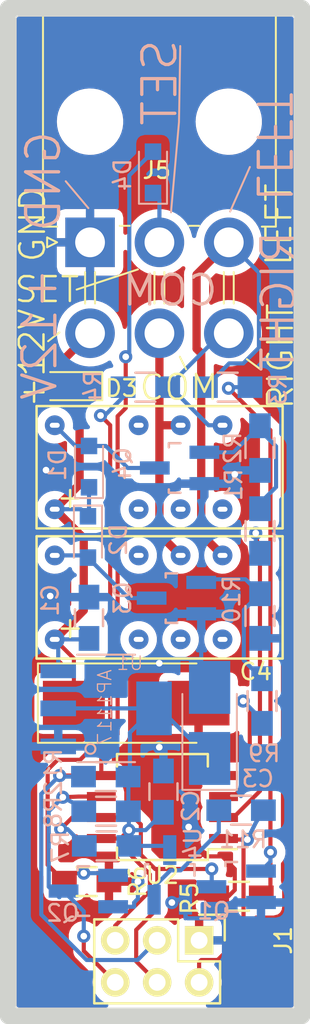
<source format=kicad_pcb>
(kicad_pcb (version 20200518) (host pcbnew "5.99.0-unknown-6083c08~88~ubuntu18.04.1")
  (layers (0 "F.Cu" signal) (31 "B.Cu" signal) (34 "B.Paste" user) (35 "F.Paste" user) (36 "B.SilkS" user) (37 "F.SilkS" user) (38 "B.Mask" user hide) (39 "F.Mask" user hide) (44 "Edge.Cuts" user))
  (net 0 "")
  (net 1 "+12V")
  (net 2 "GND")
  (net 3 "5V")
  (net 4 "Net-(D1-Pad2)")
  (net 5 "/RESET")
  (net 6 "Net-(Q1-Pad1)")
  (net 7 "Net-(D2-Pad2)")
  (net 8 "/MCU_LEFT")
  (net 9 "/MCU_RIGHT")
  (net 10 "Net-(Q2-Pad1)")
  (net 11 "Net-(Q3-Pad1)")
  (net 12 "Net-(Q4-Pad1)")
  (net 13 "/MCU_RIGHT_OUT")
  (net 14 "/LEFT")
  (net 15 "/RIGHT")
  (net 16 "/MCU_LEFT_OUT")
  (net 17 "Net-(R11-Pad2)")
  (net 18 "/COM")
  (net 19 "/MCU_SET")
  (net 20 "/SET")
  (net 21 "/power")
  (module "Pin_Headers.pretty:Pin_Header_Straight_2x03" (layer "F.Cu") (at 105.537 123.698 -90)
    (fp_text reference "J1" (at 0 -5.1 90) (layer "F.SilkS"))
    (fp_text value "SPI")
    (fp_line (start 3.81 1.27) (end 3.81 -1.27) (layer "F.SilkS") (width 0.15))
    (fp_line (start 3.81 -1.27) (end 1.27 -1.27) (layer "F.SilkS") (width 0.15))
    (fp_line (start -1.55 -1.55) (end -1.55 0) (layer "F.SilkS") (width 0.15))
    (fp_line (start 3.81 6.35) (end 3.81 1.27) (layer "F.SilkS") (width 0.15))
    (fp_line (start -1.27 6.35) (end 3.81 6.35) (layer "F.SilkS") (width 0.15))
    (fp_line (start 1.27 1.27) (end -1.27 1.27) (layer "F.SilkS") (width 0.15))
    (fp_line (start 1.27 -1.27) (end 1.27 1.27) (layer "F.SilkS") (width 0.15))
    (fp_line (start -1.55 -1.55) (end 0 -1.55) (layer "F.SilkS") (width 0.15))
    (fp_line (start -1.27 1.27) (end -1.27 6.35) (layer "F.SilkS") (width 0.15))
    (pad "6" thru_hole oval (at 2.54 5.08 270) (size 1.7272 1.7272) (drill 1.016) (layers *.Cu *.Mask "F.SilkS") (net 9 "/MCU_RIGHT"))
    (pad "5" thru_hole oval (at 0 5.08 270) (size 1.7272 1.7272) (drill 1.016) (layers *.Cu *.Mask "F.SilkS") (net 3 "5V"))
    (pad "4" thru_hole oval (at 2.54 2.54 270) (size 1.7272 1.7272) (drill 1.016) (layers *.Cu *.Mask "F.SilkS") (net 8 "/MCU_LEFT"))
    (pad "3" thru_hole oval (at 0 2.54 270) (size 1.7272 1.7272) (drill 1.016) (layers *.Cu *.Mask "F.SilkS") (net 19 "/MCU_SET"))
    (pad "2" thru_hole oval (at 2.54 0 270) (size 1.7272 1.7272) (drill 1.016) (layers *.Cu *.Mask "F.SilkS") (net 5 "/RESET"))
    (pad "1" thru_hole rect (at 0 0 270) (size 1.7272 1.7272) (drill 1.016) (layers *.Cu *.Mask "F.SilkS") (net 2 "GND"))
  )
  (module "Resistors_SMD.pretty:R_0805_HandSoldering" (layer "B.Cu") (at 99.9325 117.983 180)
    (fp_text reference "R7" (at 2.794 -0.0635 270) (layer "B.SilkS") (effects (justify mirror)))
    (fp_text value "10k")
    (fp_line (start -0.6 0.875) (end 0.6 0.875) (layer "B.SilkS") (width 0.15))
    (fp_line (start 0.6 -0.875) (end -0.6 -0.875) (layer "B.SilkS") (width 0.15))
    (pad "2" smd rect (at 1.35 0 180) (size 1.5 1.3) (layers "B.Cu" "B.Paste" "B.Mask") (net 8 "/MCU_LEFT"))
    (pad "1" smd rect (at -1.35 0 180) (size 1.5 1.3) (layers "B.Cu" "B.Paste" "B.Mask") (net 3 "5V"))
  )
  (module "Diodes_SMD:D_SOD-323_HandSoldering" (layer "F.Cu") (at 97.77 90.17 180)
    (fp_text reference "D3" (at -3.068 -0.127 180) (layer "F.SilkS"))
    (fp_text value "1N4448HWS-7-F")
    (fp_line (start -1.9 -0.85) (end -1.9 0.85) (layer "F.SilkS") (width 0.12))
    (fp_line (start -1.9 0.85) (end 1.25 0.85) (layer "F.SilkS") (width 0.12))
    (fp_line (start -1.9 -0.85) (end 1.25 -0.85) (layer "F.SilkS") (width 0.12))
    (pad "1" smd rect (at -1.25 0 180) (size 1 1) (layers "F.Cu" "F.Paste" "F.Mask") (net 1 "+12V"))
    (pad "2" smd rect (at 1.25 0 180) (size 1 1) (layers "F.Cu" "F.Paste" "F.Mask") (net 21 "/power"))
  )
  (module "Diodes_SMD:D_SOD-323_HandSoldering" (layer "B.Cu") (at 102.743 77.236 90)
    (fp_text reference "D4" (at -0.147 -1.8415 90) (layer "B.SilkS") (effects (justify mirror)))
    (fp_text value "1N4407")
    (fp_line (start -1.9 0.85) (end -1.9 -0.85) (layer "B.SilkS") (width 0.12))
    (fp_line (start -1.9 -0.85) (end 1.25 -0.85) (layer "B.SilkS") (width 0.12))
    (fp_line (start -1.9 0.85) (end 1.25 0.85) (layer "B.SilkS") (width 0.12))
    (pad "1" smd rect (at -1.25 0 90) (size 1 1) (layers "B.Cu" "B.Paste" "B.Mask") (net 20 "/SET"))
    (pad "2" smd rect (at 1.25 0 90) (size 1 1) (layers "B.Cu" "B.Paste" "B.Mask") (net 19 "/MCU_SET"))
  )
  (module "Diodes_SMD:D_SOD-323_HandSoldering" (layer "B.Cu") (at 98.806 99.294 -90)
    (fp_text reference "D2" (at 0.1705 -1.8415 90) (layer "B.SilkS") (effects (justify mirror)))
    (fp_text value "1N4448HWS-7-F")
    (fp_line (start -1.9 0.85) (end -1.9 -0.85) (layer "B.SilkS") (width 0.12))
    (fp_line (start -1.9 -0.85) (end 1.25 -0.85) (layer "B.SilkS") (width 0.12))
    (fp_line (start -1.9 0.85) (end 1.25 0.85) (layer "B.SilkS") (width 0.12))
    (pad "1" smd rect (at -1.25 0 270) (size 1 1) (layers "B.Cu" "B.Paste" "B.Mask") (net 1 "+12V"))
    (pad "2" smd rect (at 1.25 0 270) (size 1 1) (layers "B.Cu" "B.Paste" "B.Mask") (net 7 "Net-(D2-Pad2)"))
  )
  (module "Diodes_SMD:D_SOD-323_HandSoldering" (layer "B.Cu") (at 98.8695 95.0395 90)
    (fp_text reference "D1" (at 0.107 -1.905 270) (layer "B.SilkS") (effects (justify mirror)))
    (fp_text value "1N4448HWS-7-F")
    (fp_line (start -1.9 0.85) (end -1.9 -0.85) (layer "B.SilkS") (width 0.12))
    (fp_line (start -1.9 -0.85) (end 1.25 -0.85) (layer "B.SilkS") (width 0.12))
    (fp_line (start -1.9 0.85) (end 1.25 0.85) (layer "B.SilkS") (width 0.12))
    (pad "1" smd rect (at -1.25 0 90) (size 1 1) (layers "B.Cu" "B.Paste" "B.Mask") (net 1 "+12V"))
    (pad "2" smd rect (at 1.25 0 90) (size 1 1) (layers "B.Cu" "B.Paste" "B.Mask") (net 4 "Net-(D1-Pad2)"))
  )
  (module "Resistors_SMD.pretty:R_0805_HandSoldering" (layer "B.Cu") (at 99.8855 113.792 180)
    (fp_text reference "R12" (at 3.175 0.254 270) (layer "B.SilkS") (effects (justify mirror)))
    (fp_text value "10k")
    (fp_line (start -0.6 0.875) (end 0.6 0.875) (layer "B.SilkS") (width 0.15))
    (fp_line (start 0.6 -0.875) (end -0.6 -0.875) (layer "B.SilkS") (width 0.15))
    (pad "2" smd rect (at 1.35 0 180) (size 1.5 1.3) (layers "B.Cu" "B.Paste" "B.Mask") (net 19 "/MCU_SET"))
    (pad "1" smd rect (at -1.35 0 180) (size 1.5 1.3) (layers "B.Cu" "B.Paste" "B.Mask") (net 3 "5V"))
  )
  (module "Connectors_Molex:Molex_MiniFit-JR-5569-06A2_2x03x4.20mm_Angled" (layer "F.Cu") (at 98.933 81.4705)
    (fp_text reference "J5" (at 4.0386 -4.3561) (layer "F.SilkS"))
    (fp_text value "INPUT_SIGNALS")
    (fp_line (start -2 -0.95) (end -2.85 -0.95) (layer "F.SilkS") (width 0.12))
    (fp_line (start -2.85 -0.95) (end -2.85 -14.05) (layer "F.SilkS") (width 0.12))
    (fp_line (start -2.85 -14.05) (end 4.2 -14.05) (layer "F.SilkS") (width 0.12))
    (fp_line (start 10.4 -0.95) (end 11.25 -0.95) (layer "F.SilkS") (width 0.12))
    (fp_line (start 11.25 -0.95) (end 11.25 -14.05) (layer "F.SilkS") (width 0.12))
    (fp_line (start 11.25 -14.05) (end 4.2 -14.05) (layer "F.SilkS") (width 0.12))
    (fp_line (start -0.3 1.8) (end -0.3 3.7) (layer "F.SilkS") (width 0.12))
    (fp_line (start 0.3 1.8) (end 0.3 3.7) (layer "F.SilkS") (width 0.12))
    (fp_line (start 3.9 1.8) (end 3.9 3.7) (layer "F.SilkS") (width 0.12))
    (fp_line (start 4.5 1.8) (end 4.5 3.7) (layer "F.SilkS") (width 0.12))
    (fp_line (start 8.1 1.8) (end 8.1 3.7) (layer "F.SilkS") (width 0.12))
    (fp_line (start 8.7 1.8) (end 8.7 3.7) (layer "F.SilkS") (width 0.12))
    (fp_line (start 1.8 -1) (end 2.4 -1) (layer "F.SilkS") (width 0.12))
    (fp_line (start 6 -1) (end 6.6 -1) (layer "F.SilkS") (width 0.12))
    (fp_line (start -2 0) (end -2.6 0.3) (layer "F.SilkS") (width 0.12))
    (fp_line (start -2.6 0.3) (end -2.6 -0.3) (layer "F.SilkS") (width 0.12))
    (fp_line (start -2.6 -0.3) (end -2 0) (layer "F.SilkS") (width 0.12))
    (pad "1" thru_hole rect (at 0 0) (size 3 3) (drill 1.8) (layers *.Cu *.Mask) (net 2 "GND"))
    (pad "2" thru_hole circle (at 4.2 0) (size 3 3) (drill 1.8) (layers *.Cu *.Mask) (net 20 "/SET"))
    (pad "3" thru_hole circle (at 8.4 0) (size 3 3) (drill 1.8) (layers *.Cu *.Mask) (net 14 "/LEFT"))
    (pad "4" thru_hole circle (at 0 5.5) (size 3 3) (drill 1.8) (layers *.Cu *.Mask) (net 21 "/power"))
    (pad "5" thru_hole circle (at 4.2 5.5) (size 3 3) (drill 1.8) (layers *.Cu *.Mask) (net 18 "/COM"))
    (pad "6" thru_hole circle (at 8.4 5.5) (size 3 3) (drill 1.8) (layers *.Cu *.Mask) (net 15 "/RIGHT"))
    (pad "" np_thru_hole circle (at 0 -7.3) (size 3 3) (drill 3) (layers *.Cu *.Mask))
    (pad "" np_thru_hole circle (at 8.4 -7.3) (size 3 3) (drill 3) (layers *.Cu *.Mask))
  )
  (module "modules:FUJITSU-NA-SERIES" (layer "F.Cu") (at 95.6945 99.2505)
    (fp_text reference "U5" hide)
    (fp_text value "Fujitsu_NA-Series" hide)
    (fp_line (start 0 0) (end 14.9 0) (layer "F.SilkS") (width 0.15))
    (fp_line (start 14.9 0) (end 14.9 7.4) (layer "F.SilkS") (width 0.15))
    (fp_line (start 14.9 7.4) (end 0 7.4) (layer "F.SilkS") (width 0.15))
    (fp_line (start 0 7.4) (end 0 0) (layer "F.SilkS") (width 0.15))
    (fp_line (start 2.032 6.096) (end 2.032 5.08) (layer "F.SilkS") (width 0.15))
    (fp_line (start 1.524 5.588) (end 2.54 5.588) (layer "F.SilkS") (width 0.15))
    (pad "1" thru_hole circle (at 1.1 6.24) (size 1.2 1.2) (drill oval 0.6 0.3) (layers *.Cu *.Mask) (net 1 "+12V"))
    (pad "3" thru_hole circle (at 6.18 6.24) (size 1.2 1.2) (drill oval 0.6 0.3) (layers *.Cu *.Mask))
    (pad "4" thru_hole circle (at 8.72 6.24) (size 1.2 1.2) (drill oval 0.6 0.3) (layers *.Cu *.Mask))
    (pad "5" thru_hole circle (at 11.26 6.24) (size 1.2 1.2) (drill oval 0.6 0.3) (layers *.Cu *.Mask))
    (pad "8" thru_hole circle (at 11.26 1.16) (size 1.2 1.2) (drill oval 0.6 0.3) (layers *.Cu *.Mask) (net 14 "/LEFT"))
    (pad "9" thru_hole circle (at 8.72 1.16) (size 1.2 1.2) (drill oval 0.6 0.3) (layers *.Cu *.Mask) (net 18 "/COM"))
    (pad "10" thru_hole circle (at 6.18 1.16) (size 1.2 1.2) (drill oval 0.6 0.3) (layers *.Cu *.Mask))
    (pad "12" thru_hole circle (at 1.1 1.16) (size 1.2 1.2) (drill oval 0.6 0.3) (layers *.Cu *.Mask) (net 7 "Net-(D2-Pad2)"))
  )
  (module "TO_SOT_Packages_SMD.pretty:SOT-23_Handsoldering" (layer "B.Cu") (at 103.759 119.73814 180)
    (fp_text reference "U4" (at -1.397 1.88214 90) (layer "B.SilkS") (effects (justify mirror)))
    (fp_text value "MAX809")
    (fp_line (start 1.49982 0.65024) (end 1.49982 -0.0508) (layer "B.SilkS") (width 0.15))
    (fp_line (start 1.29916 0.65024) (end 1.49982 0.65024) (layer "B.SilkS") (width 0.15))
    (fp_line (start -1.49982 0.65024) (end -1.2509 0.65024) (layer "B.SilkS") (width 0.15))
    (fp_line (start -1.49982 -0.0508) (end -1.49982 0.65024) (layer "B.SilkS") (width 0.15))
    (pad "3" smd rect (at 0 1.50114 180) (size 0.8001 1.80086) (layers "B.Cu" "B.Paste" "B.Mask") (net 3 "5V"))
    (pad "2" smd rect (at 0.95 -1.50114 180) (size 0.8001 1.80086) (layers "B.Cu" "B.Paste" "B.Mask") (net 17 "Net-(R11-Pad2)"))
    (pad "1" smd rect (at -0.95 -1.50114 180) (size 0.8001 1.80086) (layers "B.Cu" "B.Paste" "B.Mask") (net 2 "GND"))
  )
  (module "modules:FUJITSU-NA-SERIES" (layer "F.Cu") (at 95.6945 91.3765)
    (fp_text reference "U3" hide)
    (fp_text value "Fujitsu_NA-Series" hide)
    (fp_line (start 0 0) (end 14.9 0) (layer "F.SilkS") (width 0.15))
    (fp_line (start 14.9 0) (end 14.9 7.4) (layer "F.SilkS") (width 0.15))
    (fp_line (start 14.9 7.4) (end 0 7.4) (layer "F.SilkS") (width 0.15))
    (fp_line (start 0 7.4) (end 0 0) (layer "F.SilkS") (width 0.15))
    (fp_line (start 2.032 6.096) (end 2.032 5.08) (layer "F.SilkS") (width 0.15))
    (fp_line (start 1.524 5.588) (end 2.54 5.588) (layer "F.SilkS") (width 0.15))
    (pad "1" thru_hole circle (at 1.1 6.24) (size 1.2 1.2) (drill oval 0.6 0.3) (layers *.Cu *.Mask) (net 1 "+12V"))
    (pad "3" thru_hole circle (at 6.18 6.24) (size 1.2 1.2) (drill oval 0.6 0.3) (layers *.Cu *.Mask))
    (pad "4" thru_hole circle (at 8.72 6.24) (size 1.2 1.2) (drill oval 0.6 0.3) (layers *.Cu *.Mask))
    (pad "5" thru_hole circle (at 11.26 6.24) (size 1.2 1.2) (drill oval 0.6 0.3) (layers *.Cu *.Mask))
    (pad "8" thru_hole circle (at 11.26 1.16) (size 1.2 1.2) (drill oval 0.6 0.3) (layers *.Cu *.Mask) (net 15 "/RIGHT"))
    (pad "9" thru_hole circle (at 8.72 1.16) (size 1.2 1.2) (drill oval 0.6 0.3) (layers *.Cu *.Mask) (net 18 "/COM"))
    (pad "10" thru_hole circle (at 6.18 1.16) (size 1.2 1.2) (drill oval 0.6 0.3) (layers *.Cu *.Mask))
    (pad "12" thru_hole circle (at 1.1 1.16) (size 1.2 1.2) (drill oval 0.6 0.3) (layers *.Cu *.Mask) (net 4 "Net-(D1-Pad2)"))
  )
  (module "Housings_SOIC:SO-8_5.3x6.2mm_Pitch1.27mm" (layer "F.Cu") (at 103.3145 115.6335 180)
    (fp_text reference "U2" (at 0 -4.13) (layer "F.SilkS"))
    (fp_text value "ATtiny25-20PU")
    (fp_line (start -2.75 -3.205) (end -2.75 -2.55) (layer "F.SilkS") (width 0.15))
    (fp_line (start 2.75 -3.205) (end 2.75 -2.455) (layer "F.SilkS") (width 0.15))
    (fp_line (start 2.75 3.205) (end 2.75 2.455) (layer "F.SilkS") (width 0.15))
    (fp_line (start -2.75 3.205) (end -2.75 2.455) (layer "F.SilkS") (width 0.15))
    (fp_line (start -2.75 -3.205) (end 2.75 -3.205) (layer "F.SilkS") (width 0.15))
    (fp_line (start -2.75 3.205) (end 2.75 3.205) (layer "F.SilkS") (width 0.15))
    (fp_line (start -2.75 -2.55) (end -4.5 -2.55) (layer "F.SilkS") (width 0.15))
    (pad "1" smd rect (at -3.7 -1.905 180) (size 1.75 0.55) (layers "F.Cu" "F.Paste" "F.Mask") (net 5 "/RESET"))
    (pad "2" smd rect (at -3.7 -0.635 180) (size 1.75 0.55) (layers "F.Cu" "F.Paste" "F.Mask") (net 13 "/MCU_RIGHT_OUT"))
    (pad "3" smd rect (at -3.7 0.635 180) (size 1.75 0.55) (layers "F.Cu" "F.Paste" "F.Mask") (net 16 "/MCU_LEFT_OUT"))
    (pad "4" smd rect (at -3.7 1.905 180) (size 1.75 0.55) (layers "F.Cu" "F.Paste" "F.Mask") (net 2 "GND"))
    (pad "5" smd rect (at 3.7 1.905 180) (size 1.75 0.55) (layers "F.Cu" "F.Paste" "F.Mask") (net 19 "/MCU_SET"))
    (pad "6" smd rect (at 3.7 0.635 180) (size 1.75 0.55) (layers "F.Cu" "F.Paste" "F.Mask") (net 9 "/MCU_RIGHT"))
    (pad "7" smd rect (at 3.7 -0.635 180) (size 1.75 0.55) (layers "F.Cu" "F.Paste" "F.Mask") (net 8 "/MCU_LEFT"))
    (pad "8" smd rect (at 3.7 -1.905 180) (size 1.75 0.55) (layers "F.Cu" "F.Paste" "F.Mask") (net 3 "5V"))
  )
  (module "modules:AB2_SOT223" (layer "B.Cu") (at 99.9065 109.6645 90)
    (fp_text reference "U1" (at 2.7305 1.4395 180) (layer "B.SilkS") (effects (font (size 0.8128 0.8128) (thickness 0.0762)) (justify mirror)))
    (fp_text value "AP1117" (at 0.0635 -0.0845 90) (layer "B.SilkS") (effects (font (size 0.8128 0.8128) (thickness 0.0762)) (justify mirror)))
    (fp_line (start -3.25 -1.75) (end -3.25 1.75) (layer "B.SilkS") (width 0.127))
    (fp_line (start 3.25 1.75) (end 3.25 -1.75) (layer "B.SilkS") (width 0.127))
    (fp_circle (center -2.45 -0.95) (end -2.15 -0.95) (layer "B.SilkS") (width 0.127))
    (pad "3" smd rect (at 2.3 -2.9 90) (size 0.95 2.15) (layers "B.Cu" "B.Paste" "B.Mask") (net 1 "+12V"))
    (pad "2" smd rect (at 0 -2.9 90) (size 0.95 2.15) (layers "B.Cu" "B.Paste" "B.Mask") (net 3 "5V"))
    (pad "1" smd rect (at -2.3 -2.9 90) (size 0.95 2.15) (layers "B.Cu" "B.Paste" "B.Mask") (net 2 "GND"))
    (pad "2" smd rect (at 0 2.9 90) (size 3.25 2.15) (layers "B.Cu" "B.Paste" "B.Mask") (net 3 "5V"))
  )
  (module "Resistors_SMD.pretty:R_0805_HandSoldering" (layer "B.Cu") (at 108.077 115.824 180)
    (fp_text reference "R11" (at -0.127 -1.778) (layer "B.SilkS") (effects (justify mirror)))
    (fp_text value "10k")
    (fp_line (start -0.6 0.875) (end 0.6 0.875) (layer "B.SilkS") (width 0.15))
    (fp_line (start 0.6 -0.875) (end -0.6 -0.875) (layer "B.SilkS") (width 0.15))
    (pad "2" smd rect (at 1.35 0 180) (size 1.5 1.3) (layers "B.Cu" "B.Paste" "B.Mask") (net 17 "Net-(R11-Pad2)"))
    (pad "1" smd rect (at -1.35 0 180) (size 1.5 1.3) (layers "B.Cu" "B.Paste" "B.Mask") (net 5 "/RESET"))
  )
  (module "Resistors_SMD.pretty:R_0805_HandSoldering" (layer "B.Cu") (at 109.22 104.0765 90)
    (fp_text reference "R10" (at 1.016 -1.7145 90) (layer "B.SilkS") (effects (justify mirror)))
    (fp_text value "10k")
    (fp_line (start -0.6 0.875) (end 0.6 0.875) (layer "B.SilkS") (width 0.15))
    (fp_line (start 0.6 -0.875) (end -0.6 -0.875) (layer "B.SilkS") (width 0.15))
    (pad "2" smd rect (at 1.35 0 90) (size 1.5 1.3) (layers "B.Cu" "B.Paste" "B.Mask") (net 11 "Net-(Q3-Pad1)"))
    (pad "1" smd rect (at -1.35 0 90) (size 1.5 1.3) (layers "B.Cu" "B.Paste" "B.Mask") (net 2 "GND"))
  )
  (module "Resistors_SMD.pretty:R_0805_HandSoldering" (layer "B.Cu") (at 109.347 109.22 -90)
    (fp_text reference "R9" (at 3.175 -0.127 180) (layer "B.SilkS") (effects (justify mirror)))
    (fp_text value "10k")
    (fp_line (start -0.6 0.875) (end 0.6 0.875) (layer "B.SilkS") (width 0.15))
    (fp_line (start 0.6 -0.875) (end -0.6 -0.875) (layer "B.SilkS") (width 0.15))
    (pad "2" smd rect (at 1.35 0 270) (size 1.5 1.3) (layers "B.Cu" "B.Paste" "B.Mask") (net 16 "/MCU_LEFT_OUT"))
    (pad "1" smd rect (at -1.35 0 270) (size 1.5 1.3) (layers "B.Cu" "B.Paste" "B.Mask") (net 11 "Net-(Q3-Pad1)"))
  )
  (module "Resistors_SMD.pretty:R_0805_HandSoldering" (layer "B.Cu") (at 99.902 115.8875 180)
    (fp_text reference "R8" (at 3.1915 -0.0635 270) (layer "B.SilkS") (effects (justify mirror)))
    (fp_text value "10k")
    (fp_line (start -0.6 0.875) (end 0.6 0.875) (layer "B.SilkS") (width 0.15))
    (fp_line (start 0.6 -0.875) (end -0.6 -0.875) (layer "B.SilkS") (width 0.15))
    (pad "2" smd rect (at 1.35 0 180) (size 1.5 1.3) (layers "B.Cu" "B.Paste" "B.Mask") (net 9 "/MCU_RIGHT"))
    (pad "1" smd rect (at -1.35 0 180) (size 1.5 1.3) (layers "B.Cu" "B.Paste" "B.Mask") (net 3 "5V"))
  )
  (module "Resistors_SMD.pretty:R_0805_HandSoldering" (layer "F.Cu") (at 98.726 120.142 180)
    (fp_text reference "R6" (at -3.095 0 -90) (layer "F.SilkS"))
    (fp_text value "1k")
    (fp_line (start -0.6 -0.875) (end 0.6 -0.875) (layer "F.SilkS") (width 0.15))
    (fp_line (start 0.6 0.875) (end -0.6 0.875) (layer "F.SilkS") (width 0.15))
    (pad "2" smd rect (at 1.35 0 180) (size 1.5 1.3) (layers "F.Cu" "F.Paste" "F.Mask") (net 10 "Net-(Q2-Pad1)"))
    (pad "1" smd rect (at -1.35 0 180) (size 1.5 1.3) (layers "F.Cu" "F.Paste" "F.Mask") (net 2 "GND"))
  )
  (module "Resistors_SMD.pretty:R_0805_HandSoldering" (layer "F.Cu") (at 107.95 121.031)
    (fp_text reference "R5" (at -2.9845 0.127 -270) (layer "F.SilkS"))
    (fp_text value "1k")
    (fp_line (start -0.6 -0.875) (end 0.6 -0.875) (layer "F.SilkS") (width 0.15))
    (fp_line (start 0.6 0.875) (end -0.6 0.875) (layer "F.SilkS") (width 0.15))
    (pad "2" smd rect (at 1.35 0) (size 1.5 1.3) (layers "F.Cu" "F.Paste" "F.Mask") (net 6 "Net-(Q1-Pad1)"))
    (pad "1" smd rect (at -1.35 0) (size 1.5 1.3) (layers "F.Cu" "F.Paste" "F.Mask") (net 2 "GND"))
  )
  (module "Resistors_SMD.pretty:R_0805_HandSoldering" (layer "B.Cu") (at 102.282 90.2335)
    (fp_text reference "R4" (at -3.175 -0.0635 90) (layer "B.SilkS") (effects (justify mirror)))
    (fp_text value "10k")
    (fp_line (start -0.6 0.875) (end 0.6 0.875) (layer "B.SilkS") (width 0.15))
    (fp_line (start 0.6 -0.875) (end -0.6 -0.875) (layer "B.SilkS") (width 0.15))
    (pad "2" smd rect (at 1.35 0) (size 1.5 1.3) (layers "B.Cu" "B.Paste" "B.Mask") (net 15 "/RIGHT"))
    (pad "1" smd rect (at -1.35 0) (size 1.5 1.3) (layers "B.Cu" "B.Paste" "B.Mask") (net 10 "Net-(Q2-Pad1)"))
  )
  (module "Resistors_SMD.pretty:R_0805_HandSoldering" (layer "B.Cu") (at 107.268 90.2335 180)
    (fp_text reference "R3" (at -3.048 -0.127 90) (layer "B.SilkS") (effects (justify mirror)))
    (fp_text value "10k")
    (fp_line (start -0.6 0.875) (end 0.6 0.875) (layer "B.SilkS") (width 0.15))
    (fp_line (start 0.6 -0.875) (end -0.6 -0.875) (layer "B.SilkS") (width 0.15))
    (pad "2" smd rect (at 1.35 0 180) (size 1.5 1.3) (layers "B.Cu" "B.Paste" "B.Mask") (net 14 "/LEFT"))
    (pad "1" smd rect (at -1.35 0 180) (size 1.5 1.3) (layers "B.Cu" "B.Paste" "B.Mask") (net 6 "Net-(Q1-Pad1)"))
  )
  (module "Resistors_SMD.pretty:R_0805_HandSoldering" (layer "B.Cu") (at 109.22 93.9165 90)
    (fp_text reference "R2" (at 0 -1.651 270) (layer "B.SilkS") (effects (justify mirror)))
    (fp_text value "10k")
    (fp_line (start -0.6 0.875) (end 0.6 0.875) (layer "B.SilkS") (width 0.15))
    (fp_line (start 0.6 -0.875) (end -0.6 -0.875) (layer "B.SilkS") (width 0.15))
    (pad "2" smd rect (at 1.35 0 90) (size 1.5 1.3) (layers "B.Cu" "B.Paste" "B.Mask") (net 12 "Net-(Q4-Pad1)"))
    (pad "1" smd rect (at -1.35 0 90) (size 1.5 1.3) (layers "B.Cu" "B.Paste" "B.Mask") (net 2 "GND"))
  )
  (module "Resistors_SMD.pretty:R_0805_HandSoldering" (layer "B.Cu") (at 109.22 98.933 -90)
    (fp_text reference "R1" (at -2.794 1.5875 90) (layer "B.SilkS") (effects (justify mirror)))
    (fp_text value "10k")
    (fp_line (start -0.6 0.875) (end 0.6 0.875) (layer "B.SilkS") (width 0.15))
    (fp_line (start 0.6 -0.875) (end -0.6 -0.875) (layer "B.SilkS") (width 0.15))
    (pad "2" smd rect (at 1.35 0 270) (size 1.5 1.3) (layers "B.Cu" "B.Paste" "B.Mask") (net 13 "/MCU_RIGHT_OUT"))
    (pad "1" smd rect (at -1.35 0 270) (size 1.5 1.3) (layers "B.Cu" "B.Paste" "B.Mask") (net 12 "Net-(Q4-Pad1)"))
  )
  (module "Housings_SOT-23_SOT-143_TSOT-6.pretty:SOT-23_Handsoldering" (layer "B.Cu") (at 104.35336 95.1205 -90)
    (fp_text reference "Q4" (at -0.2515 3.45186 90) (layer "B.SilkS") (effects (justify mirror)))
    (fp_text value "BC817")
    (fp_line (start 1.49982 0.65024) (end 1.49982 -0.0508) (layer "B.SilkS") (width 0.15))
    (fp_line (start 1.29916 0.65024) (end 1.49982 0.65024) (layer "B.SilkS") (width 0.15))
    (fp_line (start -1.49982 0.65024) (end -1.2509 0.65024) (layer "B.SilkS") (width 0.15))
    (fp_line (start -1.49982 -0.0508) (end -1.49982 0.65024) (layer "B.SilkS") (width 0.15))
    (pad "3" smd rect (at 0 1.50114 270) (size 0.8001 1.80086) (layers "B.Cu" "B.Paste" "B.Mask") (net 4 "Net-(D1-Pad2)"))
    (pad "2" smd rect (at 0.95 -1.50114 270) (size 0.8001 1.80086) (layers "B.Cu" "B.Paste" "B.Mask") (net 2 "GND"))
    (pad "1" smd rect (at -0.95 -1.50114 270) (size 0.8001 1.80086) (layers "B.Cu" "B.Paste" "B.Mask") (net 12 "Net-(Q4-Pad1)"))
  )
  (module "Housings_SOT-23_SOT-143_TSOT-6.pretty:SOT-23_Handsoldering" (layer "B.Cu") (at 104.16286 102.9945 -90)
    (fp_text reference "Q3" (at 0.0025 3.26136 90) (layer "B.SilkS") (effects (justify mirror)))
    (fp_text value "BC817")
    (fp_line (start 1.49982 0.65024) (end 1.49982 -0.0508) (layer "B.SilkS") (width 0.15))
    (fp_line (start 1.29916 0.65024) (end 1.49982 0.65024) (layer "B.SilkS") (width 0.15))
    (fp_line (start -1.49982 0.65024) (end -1.2509 0.65024) (layer "B.SilkS") (width 0.15))
    (fp_line (start -1.49982 -0.0508) (end -1.49982 0.65024) (layer "B.SilkS") (width 0.15))
    (pad "3" smd rect (at 0 1.50114 270) (size 0.8001 1.80086) (layers "B.Cu" "B.Paste" "B.Mask") (net 7 "Net-(D2-Pad2)"))
    (pad "2" smd rect (at 0.95 -1.50114 270) (size 0.8001 1.80086) (layers "B.Cu" "B.Paste" "B.Mask") (net 2 "GND"))
    (pad "1" smd rect (at -0.95 -1.50114 270) (size 0.8001 1.80086) (layers "B.Cu" "B.Paste" "B.Mask") (net 11 "Net-(Q3-Pad1)"))
  )
  (module "Housings_SOT-23_SOT-143_TSOT-6.pretty:SOT-23_Handsoldering" (layer "B.Cu") (at 98.82886 120.716 -90)
    (fp_text reference "Q2" (at 1.331 1.54686 -180) (layer "B.SilkS") (effects (justify mirror)))
    (fp_text value "BC817")
    (fp_line (start 1.49982 0.65024) (end 1.49982 -0.0508) (layer "B.SilkS") (width 0.15))
    (fp_line (start 1.29916 0.65024) (end 1.49982 0.65024) (layer "B.SilkS") (width 0.15))
    (fp_line (start -1.49982 0.65024) (end -1.2509 0.65024) (layer "B.SilkS") (width 0.15))
    (fp_line (start -1.49982 -0.0508) (end -1.49982 0.65024) (layer "B.SilkS") (width 0.15))
    (pad "3" smd rect (at 0 1.50114 270) (size 0.8001 1.80086) (layers "B.Cu" "B.Paste" "B.Mask") (net 9 "/MCU_RIGHT"))
    (pad "2" smd rect (at 0.95 -1.50114 270) (size 0.8001 1.80086) (layers "B.Cu" "B.Paste" "B.Mask") (net 2 "GND"))
    (pad "1" smd rect (at -0.95 -1.50114 270) (size 0.8001 1.80086) (layers "B.Cu" "B.Paste" "B.Mask") (net 10 "Net-(Q2-Pad1)"))
  )
  (module "Housings_SOT-23_SOT-143_TSOT-6.pretty:SOT-23_Handsoldering" (layer "B.Cu") (at 107.78236 120.457 -90)
    (fp_text reference "Q1" (at 1.463 1.35636) (layer "B.SilkS") (effects (justify mirror)))
    (fp_text value "BC817")
    (fp_line (start 1.49982 0.65024) (end 1.49982 -0.0508) (layer "B.SilkS") (width 0.15))
    (fp_line (start 1.29916 0.65024) (end 1.49982 0.65024) (layer "B.SilkS") (width 0.15))
    (fp_line (start -1.49982 0.65024) (end -1.2509 0.65024) (layer "B.SilkS") (width 0.15))
    (fp_line (start -1.49982 -0.0508) (end -1.49982 0.65024) (layer "B.SilkS") (width 0.15))
    (pad "3" smd rect (at 0 1.50114 270) (size 0.8001 1.80086) (layers "B.Cu" "B.Paste" "B.Mask") (net 8 "/MCU_LEFT"))
    (pad "2" smd rect (at 0.95 -1.50114 270) (size 0.8001 1.80086) (layers "B.Cu" "B.Paste" "B.Mask") (net 2 "GND"))
    (pad "1" smd rect (at -0.95 -1.50114 270) (size 0.8001 1.80086) (layers "B.Cu" "B.Paste" "B.Mask") (net 6 "Net-(Q1-Pad1)"))
  )
  (module "Capacitors_Tantalum_SMD:CP_Tantalum_Case-D_EIA-7343-31_Hand" (layer "F.Cu") (at 101.727 109.347)
    (fp_text reference "C4" (at 7.239 -1.905) (layer "F.SilkS"))
    (fp_text value "100u/25V")
    (fp_line (start -5.95 -2.4) (end 3.65 -2.4) (layer "F.SilkS") (width 0.12))
    (fp_line (start -5.95 2.4) (end 3.65 2.4) (layer "F.SilkS") (width 0.12))
    (fp_line (start -5.95 -2.4) (end -5.95 2.4) (layer "F.SilkS") (width 0.12))
    (pad "1" smd rect (at -3.775 0) (size 3.75 2.7) (layers "F.Cu" "F.Paste" "F.Mask") (net 1 "+12V"))
    (pad "2" smd rect (at 3.775 0) (size 3.75 2.7) (layers "F.Cu" "F.Paste" "F.Mask") (net 2 "GND"))
  )
  (module "Capacitors_Tantalum_SMD:CP_Tantalum_Case-B_EIA-3528-21_Hand" (layer "B.Cu") (at 106.172 110.5445 90)
    (fp_text reference "C3" (at -3.3745 2.921) (layer "B.SilkS") (effects (justify mirror)))
    (fp_text value "22u/20V")
    (fp_line (start -4.05 1.65) (end 1.75 1.65) (layer "B.SilkS") (width 0.12))
    (fp_line (start -4.05 -1.65) (end 1.75 -1.65) (layer "B.SilkS") (width 0.12))
    (fp_line (start -4.05 1.65) (end -4.05 -1.65) (layer "B.SilkS") (width 0.12))
    (pad "1" smd rect (at -2.15 0 90) (size 3.2 2.5) (layers "B.Cu" "B.Paste" "B.Mask") (net 3 "5V"))
    (pad "2" smd rect (at 2.15 0 90) (size 3.2 2.5) (layers "B.Cu" "B.Paste" "B.Mask") (net 2 "GND"))
  )
  (module "Capacitors_SMD.pretty:C_0805_HandSoldering" (layer "B.Cu") (at 103.378 114.701 -90)
    (fp_text reference "C2" (at 0.869 -1.651 -90) (layer "B.SilkS") (effects (justify mirror)))
    (fp_text value "100n")
    (fp_line (start -0.5 -0.85) (end 0.5 -0.85) (layer "B.SilkS") (width 0.15))
    (fp_line (start 0.5 0.85) (end -0.5 0.85) (layer "B.SilkS") (width 0.15))
    (pad "2" smd rect (at 1.25 0 270) (size 1.5 1.25) (layers "B.Cu" "B.Paste" "B.Mask") (net 3 "5V"))
    (pad "1" smd rect (at -1.25 0 270) (size 1.5 1.25) (layers "B.Cu" "B.Paste" "B.Mask") (net 2 "GND"))
  )
  (module "Capacitors_SMD.pretty:C_0805_HandSoldering" (layer "B.Cu") (at 98.8695 104.1835 90)
    (fp_text reference "C1" (at 1.0595 -2.3495 90) (layer "B.SilkS") (effects (justify mirror)))
    (fp_text value "100n")
    (fp_line (start -0.5 -0.85) (end 0.5 -0.85) (layer "B.SilkS") (width 0.15))
    (fp_line (start 0.5 0.85) (end -0.5 0.85) (layer "B.SilkS") (width 0.15))
    (pad "2" smd rect (at 1.25 0 90) (size 1.5 1.25) (layers "B.Cu" "B.Paste" "B.Mask") (net 2 "GND"))
    (pad "1" smd rect (at -1.25 0 90) (size 1.5 1.25) (layers "B.Cu" "B.Paste" "B.Mask") (net 1 "+12V"))
  )
  (gr_line (start 98.1202 84.328) (end 101.8286 83.1088) (layer "F.SilkS") (width 0.12))
  (gr_line (start 104.3178 74.1934) (end 103.8352 79.6544) (layer "B.SilkS") (width 0.12))
  (gr_line (start 104.394 69.596) (end 104.3178 74.1934) (layer "B.SilkS") (width 0.12))
  (gr_line (start 97.4598 77.7748) (end 98.8314 79.4004) (layer "B.SilkS") (width 0.12))
  (gr_text "COM" (at 103.7844 84.3788) (layer "B.SilkS") (effects (font (size 1.8 1.8) (thickness 0.2)) (justify mirror)))
  (gr_text "+12V" (at 95.885 87.0204 90) (layer "B.SilkS") (effects (font (size 2 2) (thickness 0.2)) (justify mirror)))
  (gr_line (start 108.6104 76.9112) (end 107.4166 79.6036) (layer "B.SilkS") (width 0.12))
  (gr_text "RIGHT" (at 110.363 85.0392 90) (layer "B.SilkS") (effects (font (size 2 2) (thickness 0.2)) (justify mirror)))
  (gr_text "SET" (at 103.1494 71.8058 90) (layer "B.SilkS") (effects (font (size 2 2) (thickness 0.2)) (justify mirror)))
  (gr_text "LEFT" (at 110.0328 75.692 270) (layer "B.SilkS") (effects (font (size 2 2) (thickness 0.2)) (justify mirror)))
  (gr_text "GND" (at 96.1136 77.7748 90) (layer "B.SilkS") (effects (font (size 2 2) (thickness 0.2)) (justify mirror)))
  (gr_line (start 108.4326 88.5444) (end 109.22 89.1286) (layer "F.SilkS") (width 0.12))
  (gr_line (start 104.3686 88.392) (end 104.7496 89.154) (layer "F.SilkS") (width 0.12))
  (gr_line (start 97.0788 86.9188) (end 96.393 87.4522) (layer "F.SilkS") (width 0.12))
  (gr_text "+12V" (at 95.4278 88.4682 90) (layer "F.SilkS") (effects (font (size 1.5 1.5))))
  (gr_text "RIGHT" (at 110.4646 88.3666 90) (layer "F.SilkS") (effects (font (size 1.5 1.5))))
  (gr_text "LEFT" (at 110.363 80.391 90) (layer "F.SilkS") (effects (font (size 1.5 1.5))))
  (gr_text "COM" (at 104.3178 90.2462) (layer "F.SilkS") (effects (font (size 1.5 1.5))))
  (gr_text "SET" (at 96.3168 84.328) (layer "F.SilkS") (effects (font (size 1.5 1.5))))
  (gr_text "GND" (at 95.4532 80.391 90) (layer "F.SilkS") (effects (font (size 1.5 1.5))))
  (gr_line (start 93.98 128.27) (end 111.76 128.27) (layer "Edge.Cuts") (width 1))
  (gr_line (start 111.76 128.27) (end 111.76 67.31) (layer "Edge.Cuts") (width 1))
  (gr_line (start 93.98 67.31) (end 93.98 128.27) (layer "Edge.Cuts") (width 1))
  (gr_line (start 111.76 67.31) (end 93.98 67.31) (layer "Edge.Cuts") (width 1))
  (segment (start 98.552 123.444) (end 98.552 121.94028) (width 0.25) (layer "B.Cu") (net 9))
  (segment (start 98.552 121.94028) (end 97.32772 120.716) (width 0.25) (layer "B.Cu") (net 9))
  (segment (start 98.552 123.444) (end 98.552 124.333) (width 0.25) (layer "F.Cu") (net 9))
  (via (at 98.552 123.444) (size 0.8) (drill 0.4) (layers "F.Cu" "B.Cu") (net 9))
  (segment (start 98.552 124.333) (end 100.457 126.238) (width 0.25) (layer "F.Cu") (net 9))
  (segment (start 103.124 119.38) (end 106.299 119.38) (width 0.25) (layer "F.Cu") (net 8))
  (segment (start 102.87 119.38) (end 103.124 119.38) (width 0.25) (layer "F.Cu") (net 8))
  (segment (start 102.870705 121.920705) (end 103.005442 121.785968) (width 0.25) (layer "F.Cu") (net 8))
  (segment (start 103.005442 119.498558) (end 103.124 119.38) (width 0.25) (layer "F.Cu") (net 8))
  (segment (start 103.005442 121.785968) (end 103.005442 119.498558) (width 0.25) (layer "F.Cu") (net 8))
  (segment (start 101.727 124.968) (end 101.727 123.06441) (width 0.25) (layer "F.Cu") (net 8))
  (segment (start 102.997 126.238) (end 101.727 124.968) (width 0.25) (layer "F.Cu") (net 8))
  (segment (start 101.727 123.06441) (end 102.870705 121.920705) (width 0.25) (layer "F.Cu") (net 8))
  (segment (start 100.457 122.809) (end 102.555433 120.710567) (width 0.25) (layer "F.Cu") (net 3))
  (segment (start 100.457 123.698) (end 100.457 122.809) (width 0.25) (layer "F.Cu") (net 3))
  (segment (start 102.555433 120.710567) (end 102.555433 119.701843) (width 0.25) (layer "F.Cu") (net 3))
  (segment (start 101.2825 118.42891) (end 101.2825 117.0305) (width 0.25) (layer "F.Cu") (net 3))
  (segment (start 102.555433 119.701843) (end 101.2825 118.42891) (width 0.25) (layer "F.Cu") (net 3))
  (segment (start 105.537 126.238) (end 105.537 125.016686) (width 0.25) (layer "F.Cu") (net 5))
  (segment (start 105.537 125.016686) (end 105.667085 124.886601) (width 0.25) (layer "F.Cu") (net 5))
  (segment (start 105.667085 124.886601) (end 106.660601 124.886601) (width 0.25) (layer "F.Cu") (net 5))
  (segment (start 106.660601 124.886601) (end 108.224999 123.322203) (width 0.25) (layer "F.Cu") (net 5))
  (segment (start 108.224999 123.322203) (end 108.224999 117.835001) (width 0.25) (layer "F.Cu") (net 5))
  (segment (start 108.224999 117.835001) (end 108.458 117.602) (width 0.25) (layer "F.Cu") (net 5))
  (segment (start 102.997 123.698) (end 101.808399 124.886601) (width 0.25) (layer "B.Cu") (net 19))
  (segment (start 101.808399 124.886601) (end 98.724601 124.886601) (width 0.25) (layer "B.Cu") (net 19))
  (segment (start 98.724601 124.886601) (end 95.979989 122.141989) (width 0.25) (layer "B.Cu") (net 19))
  (segment (start 95.979989 122.141989) (end 95.979989 114.840011) (width 0.25) (layer "B.Cu") (net 19))
  (segment (start 95.979989 114.840011) (end 97.0915 113.7285) (width 0.25) (layer "B.Cu") (net 19))
  (segment (start 96.970998 112.776) (end 96.366499 113.380499) (width 0.25) (layer "F.Cu") (net 10))
  (segment (start 98.333002 112.776) (end 96.970998 112.776) (width 0.25) (layer "F.Cu") (net 10))
  (segment (start 100.152001 92.532001) (end 100.152001 110.957001) (width 0.25) (layer "F.Cu") (net 10))
  (segment (start 100.152001 110.957001) (end 98.333002 112.776) (width 0.25) (layer "F.Cu") (net 10))
  (segment (start 96.366499 113.380499) (end 96.366499 119.132499) (width 0.25) (layer "F.Cu") (net 10))
  (segment (start 99.568 91.948) (end 100.152001 92.532001) (width 0.25) (layer "F.Cu") (net 10))
  (segment (start 96.366499 119.132499) (end 97.376 120.142) (width 0.25) (layer "F.Cu") (net 10))
  (segment (start 101.092 91.497002) (end 100.602011 91.986991) (width 0.25) (layer "F.Cu") (net 19))
  (segment (start 101.092 88.392) (end 101.092 91.497002) (width 0.25) (layer "F.Cu") (net 19))
  (segment (start 100.602011 91.986991) (end 100.602011 111.233989) (width 0.25) (layer "F.Cu") (net 19))
  (segment (start 100.602011 111.233989) (end 99.6145 112.2215) (width 0.25) (layer "F.Cu") (net 19))
  (segment (start 99.6145 112.2215) (end 99.6145 113.7285) (width 0.25) (layer "F.Cu") (net 19))
  (segment (start 108.458 117.602) (end 107.078 117.602) (width 0.25) (layer "F.Cu") (net 5))
  (segment (start 107.078 117.602) (end 107.0145 117.5385) (width 0.25) (layer "F.Cu") (net 5))
  (segment (start 108.458 117.602) (end 108.966 116.586) (width 0.25) (layer "B.Cu") (net 5))
  (segment (start 108.966 116.586) (end 109.427 115.824) (width 0.25) (layer "B.Cu") (net 5))
  (via (at 108.458 117.602) (size 0.8) (drill 0.4) (layers "F.Cu" "B.Cu") (net 5))
  (segment (start 104.902 117.602) (end 105.918 118.618) (width 0.25) (layer "F.Cu") (net 2))
  (segment (start 105.918 118.618) (end 106.934 118.618) (width 0.25) (layer "F.Cu") (net 2))
  (segment (start 106.934 118.618) (end 107.696 119.38) (width 0.25) (layer "F.Cu") (net 2))
  (segment (start 107.696 119.38) (end 107.696 120.65) (width 0.25) (layer "F.Cu") (net 2))
  (segment (start 104.902 116.84) (end 104.902 117.602) (width 0.25) (layer "F.Cu") (net 2))
  (segment (start 107.315 121.031) (end 106.6 121.031) (width 0.25) (layer "F.Cu") (net 2))
  (segment (start 107.696 120.65) (end 107.315 121.031) (width 0.25) (layer "F.Cu") (net 2))
  (via (at 104.902 116.84) (size 0.8) (drill 0.4) (layers "F.Cu" "B.Cu") (net 2))
  (segment (start 101.593502 116.2685) (end 102.007501 116.682499) (width 0.25) (layer "F.Cu") (net 8))
  (segment (start 102.007501 116.682499) (end 102.007501 118.517501) (width 0.25) (layer "F.Cu") (net 8))
  (segment (start 99.6145 116.2685) (end 101.593502 116.2685) (width 0.25) (layer "F.Cu") (net 8))
  (segment (start 102.007501 118.517501) (end 102.87 119.38) (width 0.25) (layer "F.Cu") (net 8))
  (segment (start 101.2825 117.0305) (end 102.2985 117.0305) (width 0.25) (layer "B.Cu") (net 3))
  (segment (start 102.2985 117.0305) (end 103.378 115.951) (width 0.25) (layer "B.Cu") (net 3))
  (via (at 107.696 95.504) (size 0.8) (drill 0.4) (layers "F.Cu" "B.Cu") (net 2))
  (segment (start 108.966 99.06) (end 108.966 100.029) (width 0.25) (layer "B.Cu") (net 13))
  (segment (start 108.966 100.029) (end 109.22 100.283) (width 0.25) (layer "B.Cu") (net 13))
  (via (at 108.966 99.06) (size 0.8) (drill 0.4) (layers "F.Cu" "B.Cu") (net 13))
  (segment (start 107.6145 116.2685) (end 107.0145 116.2685) (width 0.25) (layer "F.Cu") (net 13))
  (segment (start 109.22 114.663) (end 107.6145 116.2685) (width 0.25) (layer "F.Cu") (net 13))
  (segment (start 108.966 99.06) (end 109.22 100.457) (width 0.25) (layer "F.Cu") (net 13))
  (segment (start 109.22 100.457) (end 109.22 114.663) (width 0.25) (layer "F.Cu") (net 13))
  (segment (start 103.378 106.68) (end 103.124 106.934) (width 0.25) (layer "B.Cu") (net 2))
  (via (at 103.124 106.934) (size 0.8) (drill 0.4) (layers "F.Cu" "B.Cu") (net 2))
  (segment (start 105.664 106.68) (end 103.378 106.68) (width 0.25) (layer "B.Cu") (net 2))
  (segment (start 105.664 106.68) (end 105.664 103.9445) (width 0.25) (layer "B.Cu") (net 2))
  (segment (start 105.664 107.8865) (end 105.664 106.68) (width 0.25) (layer "B.Cu") (net 2))
  (segment (start 106.172 108.3945) (end 105.664 107.8865) (width 0.25) (layer "B.Cu") (net 2))
  (segment (start 103.378 113.451) (end 103.378 112.268) (width 0.25) (layer "B.Cu") (net 2))
  (via (at 103.124 112.014) (size 0.8) (drill 0.4) (layers "F.Cu" "B.Cu") (net 2))
  (segment (start 103.378 112.268) (end 103.124 112.014) (width 0.25) (layer "B.Cu") (net 2))
  (segment (start 101.346 111.125) (end 101.346 113.6815) (width 0.25) (layer "B.Cu") (net 3))
  (segment (start 102.8065 109.6645) (end 101.346 111.125) (width 0.25) (layer "B.Cu") (net 3))
  (segment (start 101.346 113.6815) (end 101.2355 113.792) (width 0.25) (layer "B.Cu") (net 3))
  (segment (start 101.830432 121.181568) (end 101.830432 120.142) (width 0.25) (layer "B.Cu") (net 2))
  (via (at 101.830432 120.142) (size 0.8) (drill 0.4) (layers "F.Cu" "B.Cu") (net 2))
  (segment (start 101.6 121.412) (end 101.830432 121.181568) (width 0.25) (layer "B.Cu") (net 2))
  (segment (start 101.6 121.666) (end 101.6 121.412) (width 0.25) (layer "B.Cu") (net 2))
  (segment (start 100.33 121.666) (end 101.6 121.666) (width 0.25) (layer "B.Cu") (net 2))
  (segment (start 104.709 121.23928) (end 104.05872 121.23928) (width 0.25) (layer "B.Cu") (net 2))
  (via (at 103.886 121.412) (size 0.8) (drill 0.4) (layers "F.Cu" "B.Cu") (net 2))
  (segment (start 104.05872 121.23928) (end 103.886 121.412) (width 0.25) (layer "B.Cu") (net 2))
  (segment (start 102.809 120.457) (end 103.803569 119.462431) (width 0.25) (layer "B.Cu") (net 17))
  (segment (start 102.809 121.23928) (end 102.809 120.457) (width 0.25) (layer "B.Cu") (net 17))
  (segment (start 103.803569 119.462431) (end 104.419051 119.462431) (width 0.25) (layer "B.Cu") (net 17))
  (segment (start 104.419051 119.462431) (end 106.727 117.154482) (width 0.25) (layer "B.Cu") (net 17))
  (segment (start 106.727 117.154482) (end 106.727 115.824) (width 0.25) (layer "B.Cu") (net 17))
  (segment (start 104.709 121.23928) (end 104.709 122.36499) (width 0.25) (layer "B.Cu") (net 2))
  (segment (start 104.709 122.235) (end 104.83899 122.36499) (width 0.25) (layer "B.Cu") (net 2))
  (segment (start 109.22 122.36499) (end 109.22 121.4705) (width 0.25) (layer "B.Cu") (net 2))
  (segment (start 106.426 122.36499) (end 109.22 122.36499) (width 0.25) (layer "B.Cu") (net 2))
  (segment (start 104.709 121.23928) (end 104.709 122.235) (width 0.25) (layer "B.Cu") (net 2))
  (segment (start 104.83899 122.36499) (end 106.426 122.36499) (width 0.25) (layer "B.Cu") (net 2))
  (segment (start 109.22 121.4705) (end 109.2835 121.407) (width 0.25) (layer "B.Cu") (net 2))
  (segment (start 108.3475 101.854) (end 105.8545 101.854) (width 0.25) (layer "B.Cu") (net 11))
  (segment (start 109.22 102.7265) (end 108.3475 101.854) (width 0.25) (layer "B.Cu") (net 11))
  (segment (start 105.8545 101.854) (end 105.664 102.0445) (width 0.25) (layer "B.Cu") (net 11))
  (via (at 96.52 102.87) (size 0.8) (drill 0.4) (layers "F.Cu" "B.Cu") (net 2))
  (via (at 96.266 95.25) (size 0.8) (drill 0.4) (layers "F.Cu" "B.Cu") (net 2))
  (segment (start 97.376 120.142) (end 97.884 119.634) (width 0.25) (layer "F.Cu") (net 10))
  (segment (start 97.884 119.634) (end 98.552 119.634) (width 0.25) (layer "F.Cu") (net 10))
  (segment (start 98.552 119.634) (end 100.076 119.634) (width 0.25) (layer "B.Cu") (net 10))
  (via (at 98.552 119.634) (size 0.8) (drill 0.4) (layers "F.Cu" "B.Cu") (net 10))
  (segment (start 99.822 91.948) (end 100.932 90.838) (width 0.25) (layer "B.Cu") (net 10))
  (segment (start 99.568 91.948) (end 99.822 91.948) (width 0.25) (layer "B.Cu") (net 10))
  (segment (start 100.932 90.838) (end 100.932 90.2335) (width 0.25) (layer "B.Cu") (net 10))
  (via (at 99.568 91.948) (size 0.8) (drill 0.4) (layers "F.Cu" "B.Cu") (net 10))
  (segment (start 98.298 90.892) (end 98.298 96.113) (width 0.5) (layer "F.Cu") (net 1))
  (segment (start 99.02 90.17) (end 98.298 90.892) (width 0.5) (layer "F.Cu") (net 1))
  (segment (start 98.298 96.113) (end 96.7945 97.6165) (width 0.5) (layer "F.Cu") (net 1))
  (segment (start 102.743 75.986) (end 101.307999 77.421001) (width 0.25) (layer "B.Cu") (net 19))
  (segment (start 101.307999 77.421001) (end 101.307999 88.176001) (width 0.25) (layer "B.Cu") (net 19))
  (via (at 101.092 88.392) (size 0.8) (drill 0.4) (layers "F.Cu" "B.Cu") (net 19))
  (segment (start 101.307999 88.176001) (end 101.092 88.392) (width 0.25) (layer "B.Cu") (net 19))
  (segment (start 103.133 81.4705) (end 103.133 78.876) (width 0.25) (layer "B.Cu") (net 20))
  (segment (start 103.133 78.876) (end 102.743 78.486) (width 0.25) (layer "B.Cu") (net 20))
  (segment (start 98.552 99.374) (end 98.552 103.733) (width 0.5) (layer "F.Cu") (net 1))
  (segment (start 96.7945 97.6165) (end 98.552 99.374) (width 0.5) (layer "F.Cu") (net 1))
  (segment (start 98.552 103.733) (end 96.7945 105.4905) (width 0.5) (layer "F.Cu") (net 1))
  (segment (start 105.664 99.12) (end 105.664 88.187502) (width 0.5) (layer "F.Cu") (net 14))
  (segment (start 106.9545 100.4105) (end 105.664 99.12) (width 0.5) (layer "F.Cu") (net 14))
  (segment (start 105.664 88.187502) (end 105.382999 87.906501) (width 0.5) (layer "F.Cu") (net 14))
  (segment (start 105.382999 87.906501) (end 105.382999 83.420501) (width 0.5) (layer "F.Cu") (net 14))
  (segment (start 105.382999 83.420501) (end 107.333 81.4705) (width 0.5) (layer "F.Cu") (net 14))
  (segment (start 103.133 92.447) (end 103.133 86.9705) (width 0.5) (layer "F.Cu") (net 18))
  (segment (start 103.2225 92.5365) (end 103.133 92.447) (width 0.25) (layer "F.Cu") (net 18))
  (segment (start 103.133 99.129) (end 103.133 92.447) (width 0.5) (layer "F.Cu") (net 18))
  (segment (start 104.4145 92.5365) (end 103.2225 92.5365) (width 0.5) (layer "F.Cu") (net 18))
  (segment (start 104.4145 100.4105) (end 103.133 99.129) (width 0.5) (layer "F.Cu") (net 18))
  (segment (start 103.133 86.9705) (end 103.133 91.255) (width 0.25) (layer "F.Cu") (net 18))
  (via (at 108.204 109.22) (size 0.8) (drill 0.4) (layers "F.Cu" "B.Cu") (net 16))
  (segment (start 108.603999 109.619999) (end 108.603999 114.009001) (width 0.25) (layer "F.Cu") (net 16))
  (segment (start 109.347 110.363) (end 108.204 109.22) (width 0.25) (layer "B.Cu") (net 16))
  (segment (start 109.347 110.57) (end 109.347 110.363) (width 0.25) (layer "B.Cu") (net 16))
  (segment (start 108.204 109.22) (end 108.603999 109.619999) (width 0.25) (layer "F.Cu") (net 16))
  (segment (start 108.603999 114.009001) (end 107.6145 114.9985) (width 0.25) (layer "F.Cu") (net 16))
  (segment (start 107.6145 114.9985) (end 107.0145 114.9985) (width 0.25) (layer "F.Cu") (net 16))
  (segment (start 109.22 102.7265) (end 108.244999 103.701501) (width 0.25) (layer "B.Cu") (net 11))
  (segment (start 108.244999 103.701501) (end 108.244999 106.767999) (width 0.25) (layer "B.Cu") (net 11))
  (segment (start 108.244999 106.767999) (end 109.347 107.87) (width 0.25) (layer "B.Cu") (net 11))
  (segment (start 96.7945 100.4105) (end 98.6725 100.4105) (width 0.25) (layer "B.Cu") (net 7))
  (segment (start 98.6725 100.4105) (end 98.806 100.544) (width 0.25) (layer "B.Cu") (net 7))
  (segment (start 102.66172 102.9945) (end 101.2565 102.9945) (width 0.25) (layer "B.Cu") (net 7))
  (segment (start 101.2565 102.9945) (end 98.806 100.544) (width 0.25) (layer "B.Cu") (net 7))
  (segment (start 106.8705 117.5385) (end 107.0145 117.5385) (width 0.25) (layer "F.Cu") (net 5))
  (segment (start 101.2825 117.983) (end 103.505 117.983) (width 0.25) (layer "B.Cu") (net 3))
  (segment (start 103.505 117.983) (end 103.759 118.237) (width 0.25) (layer "B.Cu") (net 3))
  (via (at 106.299 119.38) (size 0.8) (drill 0.4) (layers "F.Cu" "B.Cu") (net 8))
  (segment (start 106.299 120.43922) (end 106.28122 120.457) (width 0.25) (layer "B.Cu") (net 8))
  (segment (start 106.299 119.38) (end 106.299 120.43922) (width 0.25) (layer "B.Cu") (net 8))
  (segment (start 109.855 118.364) (end 109.855 120.476) (width 0.25) (layer "F.Cu") (net 6))
  (segment (start 109.855 120.476) (end 109.3 121.031) (width 0.25) (layer "F.Cu") (net 6))
  (segment (start 108.618 90.2335) (end 107.3785 90.2335) (width 0.25) (layer "B.Cu") (net 6))
  (segment (start 107.3785 90.2335) (end 107.315 90.297) (width 0.25) (layer "B.Cu") (net 6))
  (segment (start 109.855 92.837) (end 109.855 118.364) (width 0.25) (layer "F.Cu") (net 6))
  (via (at 109.855 118.364) (size 0.8) (drill 0.4) (layers "F.Cu" "B.Cu") (net 6))
  (segment (start 107.315 90.297) (end 109.855 92.837) (width 0.25) (layer "F.Cu") (net 6))
  (via (at 107.315 90.297) (size 0.8) (drill 0.4) (layers "F.Cu" "B.Cu") (net 6))
  (segment (start 109.855 118.364) (end 109.855 118.9355) (width 0.25) (layer "B.Cu") (net 6))
  (segment (start 109.855 118.9355) (end 109.2835 119.507) (width 0.25) (layer "B.Cu") (net 6))
  (segment (start 109.22 97.583) (end 109.22 97.155) (width 0.25) (layer "B.Cu") (net 12))
  (segment (start 110.195001 96.276501) (end 110.195001 93.812001) (width 0.25) (layer "B.Cu") (net 12))
  (segment (start 109.316502 97.155) (end 110.195001 96.276501) (width 0.25) (layer "B.Cu") (net 12))
  (segment (start 109.22 97.155) (end 109.316502 97.155) (width 0.25) (layer "B.Cu") (net 12))
  (segment (start 110.195001 93.812001) (end 109.22 92.837) (width 0.25) (layer "B.Cu") (net 12))
  (segment (start 109.22 92.837) (end 109.22 92.5665) (width 0.25) (layer "B.Cu") (net 12))
  (segment (start 105.8545 94.1705) (end 107.616 94.1705) (width 0.25) (layer "B.Cu") (net 12))
  (segment (start 107.616 94.1705) (end 109.22 92.5665) (width 0.25) (layer "B.Cu") (net 12))
  (segment (start 99.8855 93.7895) (end 101.2165 95.1205) (width 0.25) (layer "B.Cu") (net 4))
  (segment (start 98.8695 93.7895) (end 99.8855 93.7895) (width 0.25) (layer "B.Cu") (net 4))
  (segment (start 101.2165 95.1205) (end 102.85222 95.1205) (width 0.25) (layer "B.Cu") (net 4))
  (segment (start 96.7945 92.5365) (end 98.0475 93.7895) (width 0.25) (layer "B.Cu") (net 4))
  (segment (start 98.0475 93.7895) (end 98.8695 93.7895) (width 0.25) (layer "B.Cu") (net 4))
  (segment (start 96.52 90.17) (end 96.52 89.3835) (width 0.5) (layer "F.Cu") (net 21))
  (segment (start 96.52 89.3835) (end 98.933 86.9705) (width 0.5) (layer "F.Cu") (net 21))
  (segment (start 97.07372 121.097) (end 96.429999 120.453279) (width 0.25) (layer "B.Cu") (net 9))
  (segment (start 96.429999 120.453279) (end 96.429999 115.894003) (width 0.25) (layer "B.Cu") (net 9))
  (segment (start 96.429999 115.894003) (end 97.282 115.042002) (width 0.25) (layer "B.Cu") (net 9))
  (segment (start 99.6145 116.2685) (end 97.8535 116.2685) (width 0.25) (layer "F.Cu") (net 8))
  (segment (start 97.155 116.967) (end 97.5665 116.967) (width 0.25) (layer "B.Cu") (net 8))
  (via (at 97.155 116.967) (size 0.8) (drill 0.4) (layers "F.Cu" "B.Cu") (net 8))
  (segment (start 97.8535 116.2685) (end 97.155 116.967) (width 0.25) (layer "F.Cu") (net 8))
  (segment (start 97.5665 116.967) (end 98.5825 117.983) (width 0.25) (layer "B.Cu") (net 8))
  (segment (start 97.282 115.042002) (end 98.233004 114.9985) (width 0.25) (layer "F.Cu") (net 9))
  (via (at 97.282 115.042002) (size 0.8) (drill 0.4) (layers "F.Cu" "B.Cu") (net 9))
  (segment (start 98.233004 114.9985) (end 99.6145 114.9985) (width 0.25) (layer "F.Cu") (net 9))
  (segment (start 97.282 115.042002) (end 98.189502 115.525002) (width 0.25) (layer "B.Cu") (net 9))
  (segment (start 98.189502 115.525002) (end 98.552 115.8875) (width 0.25) (layer "B.Cu") (net 9))
  (segment (start 98.5355 113.792) (end 97.155 113.792) (width 0.25) (layer "B.Cu") (net 19))
  (via (at 97.0915 113.7285) (size 0.8) (drill 0.4) (layers "F.Cu" "B.Cu") (net 19))
  (segment (start 97.155 113.792) (end 97.0915 113.7285) (width 0.25) (layer "B.Cu") (net 19))
  (segment (start 97.0915 113.7285) (end 99.6145 113.7285) (width 0.25) (layer "F.Cu") (net 19))
  (segment (start 101.2825 117.0305) (end 101.2825 115.918) (width 0.25) (layer "B.Cu") (net 3))
  (via (at 101.2825 117.0305) (size 0.8) (drill 0.4) (layers "F.Cu" "B.Cu") (net 3))
  (segment (start 101.2825 117.983) (end 101.2825 117.0305) (width 0.25) (layer "B.Cu") (net 3))
  (segment (start 99.6145 117.5385) (end 100.7745 117.5385) (width 0.25) (layer "F.Cu") (net 3))
  (segment (start 100.7745 117.5385) (end 101.2825 117.0305) (width 0.25) (layer "F.Cu") (net 3))
  (segment (start 101.2825 115.918) (end 101.252 115.8875) (width 0.25) (layer "B.Cu") (net 3))
  (segment (start 101.252 115.8875) (end 101.252 113.8085) (width 0.25) (layer "B.Cu") (net 3))
  (segment (start 101.252 113.8085) (end 101.2355 113.792) (width 0.25) (layer "B.Cu") (net 3))
  (segment (start 102.8065 109.6645) (end 103.142 109.6645) (width 0.25) (layer "B.Cu") (net 3))
  (segment (start 103.142 109.6645) (end 106.172 112.6945) (width 0.25) (layer "B.Cu") (net 3))
  (segment (start 102.8065 109.6645) (end 97.0065 109.6645) (width 0.25) (layer "B.Cu") (net 3))
  (segment (start 97.0065 107.3645) (end 97.0065 105.7025) (width 0.25) (layer "B.Cu") (net 1))
  (segment (start 97.0065 105.7025) (end 96.7945 105.4905) (width 0.25) (layer "B.Cu") (net 1))
  (segment (start 97.952 109.347) (end 97.952 106.648) (width 0.25) (layer "F.Cu") (net 1))
  (segment (start 97.952 106.648) (end 96.7945 105.4905) (width 0.25) (layer "F.Cu") (net 1))
  (segment (start 98.8695 96.2895) (end 98.8695 97.9805) (width 0.25) (layer "B.Cu") (net 1))
  (segment (start 98.8695 97.9805) (end 98.806 98.044) (width 0.25) (layer "B.Cu") (net 1))
  (segment (start 96.7945 97.6165) (end 98.3785 97.6165) (width 0.25) (layer "B.Cu") (net 1))
  (segment (start 98.3785 97.6165) (end 98.806 98.044) (width 0.25) (layer "B.Cu") (net 1))
  (segment (start 96.7945 105.4905) (end 98.8125 105.4905) (width 0.25) (layer "B.Cu") (net 1))
  (segment (start 98.8125 105.4905) (end 98.8695 105.4335) (width 0.25) (layer "B.Cu") (net 1))
  (segment (start 106.9545 92.5365) (end 106.105972 92.5365) (width 0.25) (layer "B.Cu") (net 15))
  (segment (start 106.105972 92.5365) (end 103.802972 90.2335) (width 0.25) (layer "B.Cu") (net 15))
  (segment (start 103.802972 90.2335) (end 103.632 90.2335) (width 0.25) (layer "B.Cu") (net 15))
  (segment (start 107.333 81.4705) (end 109.158001 83.295501) (width 0.25) (layer "B.Cu") (net 14))
  (segment (start 109.158001 83.295501) (end 109.158001 87.846501) (width 0.25) (layer "B.Cu") (net 14))
  (segment (start 109.158001 87.846501) (end 108.209001 88.795501) (width 0.25) (layer "B.Cu") (net 14))
  (segment (start 107.355999 88.795501) (end 105.918 90.2335) (width 0.25) (layer "B.Cu") (net 14))
  (segment (start 108.209001 88.795501) (end 107.355999 88.795501) (width 0.25) (layer "B.Cu") (net 14))
  (segment (start 107.333 86.9705) (end 106.895 86.9705) (width 0.25) (layer "B.Cu") (net 15))
  (segment (start 106.895 86.9705) (end 103.632 90.2335) (width 0.25) (layer "B.Cu") (net 15))
  (zone (net 2) (net_name "GND") (layer "F.Cu") (connect_pads (clearance 0.508)) (min_thickness 0.254) (fill yes (thermal_gap 0.508) (thermal_bridge_width 0.508))
    (polygon (pts (xy 111.76 128.27) (xy 93.98 128.27) (xy 93.98 67.31) (xy 111.76 67.31)))
  )
  (zone (net 2) (net_name "GND") (layer "B.Cu") (connect_pads (clearance 0.508)) (min_thickness 0.254) (fill yes (thermal_gap 0.508) (thermal_bridge_width 0.508))
    (polygon (pts (xy 111.76 128.27) (xy 93.98 128.27) (xy 93.98 67.31) (xy 111.76 67.31)))
  )
)
</source>
